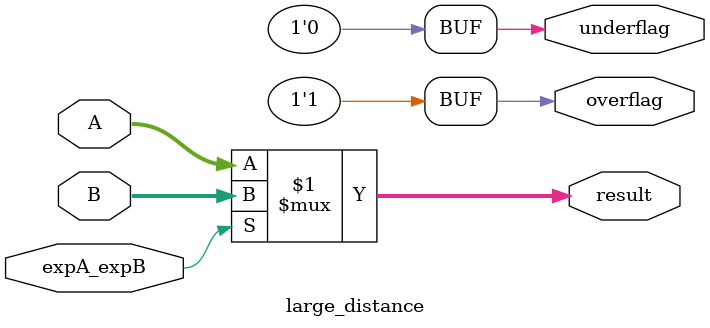
<source format=v>
module large_distance(A,B,expA_expB,result,overflag,underflag);
	input [31:0]A,B;
	input expA_expB;

	output [31:0]result;
	output overflag,underflag;

	assign result=expA_expB?B:A;
	assign overflag=1'b1;
	assign underflag=1'b0;
endmodule





</source>
